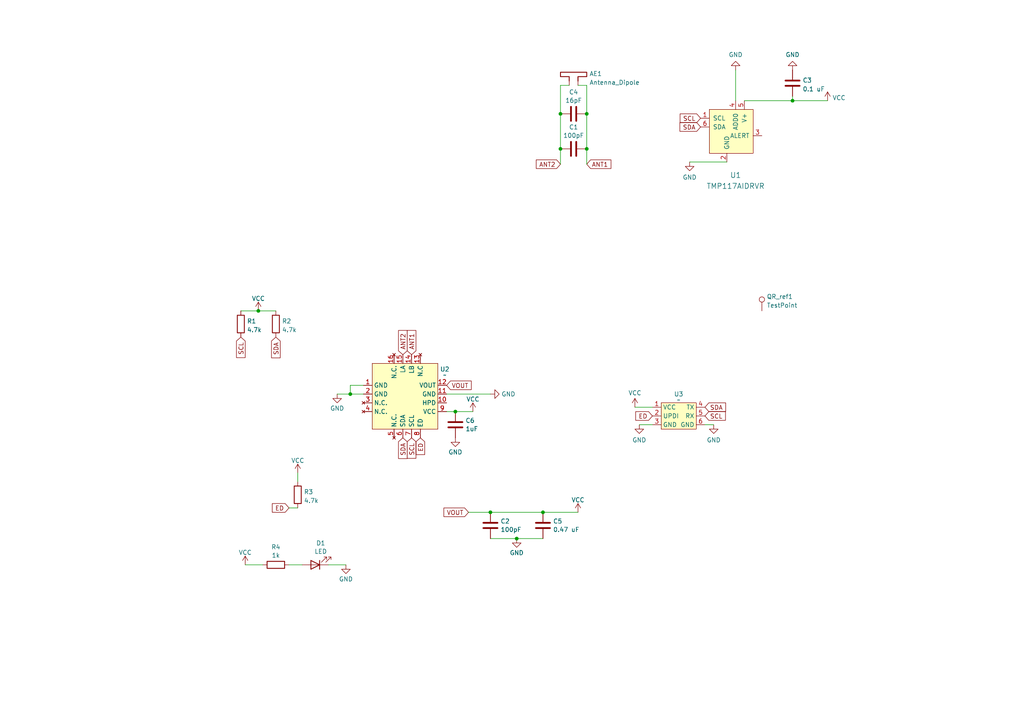
<source format=kicad_sch>
(kicad_sch (version 20231120) (generator "eeschema") (generator_version "8.0")
  (paper "A4")
  (lib_symbols
    (symbol "Connector:TestPoint" (pin_numbers hide) (pin_names (offset 0.762) hide)
      (property "Reference" "TP" (at 0 6.858 0))
      (property "Value" "TestPoint" (at 0 5.08 0))
      (symbol "TestPoint_0_1"
        (circle (center 0 3.302) (radius 0.762))
      )
      (symbol "TestPoint_1_1"
        (pin passive line (at 0 0 90) (length 2.54) (name "1") (number "1"))
      )
    )
    (symbol "Device:Antenna_Dipole" (pin_numbers hide) (pin_names (offset 1.016) hide)
      (property "Reference" "AE" (at 1.27 1.27 0))
      (property "Value" "Antenna_Dipole" (at 1.27 0 0))
      (symbol "Antenna_Dipole_0_1"
        (polyline (pts (xy 2.54 -3.81) (xy 2.54 -2.54) (xy 5.08 -2.54) (xy 5.08 -1.27) (xy -2.54 -1.27) (xy -2.54 -2.54) (xy 0 -2.54) (xy 0 -3.81)) (stroke (width 0.254)))
      )
      (symbol "Antenna_Dipole_1_1"
        (pin input line (at 0 -5.08 90) (length 2.54) (name "~") (number "1"))
        (pin input line (at 2.54 -5.08 90) (length 2.54) (name "~") (number "2"))
      )
    )
    (symbol "Device:C" (pin_numbers hide) (pin_names (offset 0.254))
      (property "Reference" "C" (at 0.635 2.54 0))
      (property "Value" "C" (at 0.635 -2.54 0))
      (symbol "C_0_1"
        (polyline (pts (xy -2.032 -0.762) (xy 2.032 -0.762)) (stroke (width 0.508)))
        (polyline (pts (xy -2.032 0.762) (xy 2.032 0.762)) (stroke (width 0.508)))
      )
      (symbol "C_1_1"
        (pin passive line (at 0 3.81 270) (length 2.794) (name "~") (number "1"))
        (pin passive line (at 0 -3.81 90) (length 2.794) (name "~") (number "2"))
      )
    )
    (symbol "Device:LED" (pin_numbers hide) (pin_names (offset 1.016) hide)
      (property "Reference" "D" (at 0 2.54 0))
      (property "Value" "LED" (at 0 -2.54 0))
      (symbol "LED_0_1"
        (polyline (pts (xy -1.27 -1.27) (xy -1.27 1.27)) (stroke (width 0.254)))
        (polyline (pts (xy -1.27 0) (xy 1.27 0)))
        (polyline (pts (xy 1.27 -1.27) (xy 1.27 1.27) (xy -1.27 0) (xy 1.27 -1.27)) (stroke (width 0.254)))
        (polyline (pts (xy -3.048 -0.762) (xy -4.572 -2.286) (xy -3.81 -2.286) (xy -4.572 -2.286) (xy -4.572 -1.524)))
        (polyline (pts (xy -1.778 -0.762) (xy -3.302 -2.286) (xy -2.54 -2.286) (xy -3.302 -2.286) (xy -3.302 -1.524)))
      )
      (symbol "LED_1_1"
        (pin passive line (at -3.81 0 0) (length 2.54) (name "K") (number "1"))
        (pin passive line (at 3.81 0 180) (length 2.54) (name "A") (number "2"))
      )
    )
    (symbol "Device:R" (pin_numbers hide) (pin_names (offset 0))
      (property "Reference" "R" (at 2.032 0 90))
      (property "Value" "R" (at 0 0 90))
      (symbol "R_0_1"
        (rectangle (start -1.016 -2.54) (end 1.016 2.54) (stroke (width 0.254)))
      )
      (symbol "R_1_1"
        (pin passive line (at 0 3.81 270) (length 1.27) (name "~") (number "1"))
        (pin passive line (at 0 -3.81 90) (length 1.27) (name "~") (number "2"))
      )
    )
    (symbol "dk_Temperature-Sensors-Analog-and-Digital-Output:TMP112AIDRLT" (pin_names (offset 1.016))
      (property "Reference" "U" (at -6.35 8.89 0))
      (property "Value" "TMP112AIDRLT" (at 0 -7.62 0))
      (symbol "TMP112AIDRLT_0_1"
        (rectangle (start -7.62 7.62) (end 5.08 -5.08) (fill (type background)))
      )
      (symbol "TMP112AIDRLT_1_1"
        (pin input line (at -10.16 5.08 0) (length 2.54) (name "SCL") (number "1"))
        (pin power_in line (at -2.54 -7.62 90) (length 2.54) (name "GND") (number "2"))
        (pin output line (at 7.62 0 180) (length 2.54) (name "ALERT") (number "3"))
        (pin power_in line (at 0 10.16 270) (length 2.54) (name "ADD0") (number "4"))
        (pin power_in line (at 2.54 10.16 270) (length 2.54) (name "V+") (number "5"))
        (pin bidirectional line (at -10.16 2.54 0) (length 2.54) (name "SDA") (number "6"))
      )
    )
    (symbol "power:GND" (power) (pin_names (offset 0))
      (property "Value" "GND" (at 0 -3.81 0))
      (symbol "GND_0_1"
        (polyline (pts (xy 0 0) (xy 0 -1.27) (xy 1.27 -1.27) (xy 0 -2.54) (xy -1.27 -1.27) (xy 0 -1.27)))
      )
      (symbol "GND_1_1"
        (pin power_in line (at 0 0 270) (length 0) hide (name "GND") (number "1"))
      )
    )
    (symbol "power:VCC" (power) (pin_names (offset 0))
      (property "Value" "VCC" (at 0 3.81 0))
      (symbol "VCC_0_1"
        (polyline (pts (xy -0.762 1.27) (xy 0 2.54)))
        (polyline (pts (xy 0 0) (xy 0 2.54)))
        (polyline (pts (xy 0 2.54) (xy 0.762 1.27)))
      )
      (symbol "VCC_1_1"
        (pin power_in line (at 0 0 90) (length 0) hide (name "VCC") (number "1"))
      )
    )
    (symbol "unsurv_offline_pcb_symbols:NTAG_5_Link"
      (property "Reference" "U" (at 0 24.892 0))
      (symbol "NTAG_5_Link_1_1"
        (rectangle (start -10.16 8.89) (end 8.89 -10.16) (fill (type background)))
        (pin input line (at -12.7 2.54 0) (length 2.54) (name "GND") (number "1"))
        (pin input line (at 11.43 -2.54 180) (length 2.54) (name "HPD") (number "10"))
        (pin input line (at 11.43 0 180) (length 2.54) (name "GND") (number "11"))
        (pin input line (at 11.43 2.54 180) (length 2.54) (name "VOUT") (number "12"))
        (pin no_connect line (at 3.81 11.43 270) (length 2.54) (name "N.C") (number "13"))
        (pin bidirectional line (at 1.27 11.43 270) (length 2.54) (name "LB") (number "14"))
        (pin bidirectional line (at -1.27 11.43 270) (length 2.54) (name "LA") (number "15"))
        (pin no_connect line (at -3.81 11.43 270) (length 2.54) (name "N.C.") (number "16"))
        (pin input line (at -12.7 0 0) (length 2.54) (name "GND") (number "2"))
        (pin no_connect line (at -12.7 -2.54 0) (length 2.54) (name "N.C.") (number "3"))
        (pin no_connect line (at -12.7 -5.08 0) (length 2.54) (name "N.C.") (number "4"))
        (pin no_connect line (at -3.81 -12.7 90) (length 2.54) (name "N.C.") (number "5"))
        (pin bidirectional line (at -1.27 -12.7 90) (length 2.54) (name "SDA") (number "6"))
        (pin bidirectional line (at 1.27 -12.7 90) (length 2.54) (name "SCL") (number "7"))
        (pin bidirectional line (at 3.81 -12.7 90) (length 2.54) (name "ED") (number "8"))
        (pin input line (at 11.43 -5.08 180) (length 2.54) (name "VCC") (number "9"))
      )
    )
    (symbol "unsurv_offline_pcb_symbols:testpoint_array_2x3"
      (property "Reference" "U" (at 0 5.842 0))
      (symbol "testpoint_array_2x3_1_1"
        (rectangle (start -5.08 3.81) (end 5.08 -3.81) (fill (type background)))
        (pin input line (at -7.62 2.54 0) (length 2.54) (name "VCC") (number "1"))
        (pin input line (at -7.62 0 0) (length 2.54) (name "UPDI") (number "2"))
        (pin input line (at -7.62 -2.54 0) (length 2.54) (name "GND") (number "3"))
        (pin input line (at 7.62 2.54 180) (length 2.54) (name "TX") (number "4"))
        (pin input line (at 7.62 0 180) (length 2.54) (name "RX") (number "5"))
        (pin input line (at 7.62 -2.54 180) (length 2.54) (name "GND") (number "6"))
      )
    )
  )
  (junction (at 132.08 119.38))
  (junction (at 149.86 156.21))
  (junction (at 74.93 90.17))
  (junction (at 170.18 43.18))
  (junction (at 229.87 29.21))
  (junction (at 162.56 43.18))
  (junction (at 142.24 148.59))
  (junction (at 101.6 114.3))
  (junction (at 162.56 33.02))
  (junction (at 170.18 33.02))
  (junction (at 157.48 148.59))
  (wire (pts (xy 165.1 24.765) (xy 162.56 24.765)))
  (wire (pts (xy 170.18 43.18) (xy 170.18 47.625)))
  (wire (pts (xy 69.85 90.17) (xy 74.93 90.17)))
  (wire (pts (xy 83.82 147.32) (xy 86.36 147.32)))
  (wire (pts (xy 101.6 111.76) (xy 101.6 114.3)))
  (wire (pts (xy 71.12 163.83) (xy 76.2 163.83)))
  (wire (pts (xy 213.36 20.32) (xy 213.36 29.21)))
  (wire (pts (xy 185.42 123.19) (xy 189.23 123.19)))
  (wire (pts (xy 135.89 148.59) (xy 142.24 148.59)))
  (wire (pts (xy 105.41 111.76) (xy 101.6 111.76)))
  (wire (pts (xy 170.18 33.02) (xy 170.18 24.765)))
  (wire (pts (xy 162.56 33.02) (xy 162.56 43.18)))
  (wire (pts (xy 86.36 137.16) (xy 86.36 139.7)))
  (wire (pts (xy 101.6 114.3) (xy 105.41 114.3)))
  (wire (pts (xy 229.87 27.94) (xy 229.87 29.21)))
  (wire (pts (xy 83.82 163.83) (xy 87.63 163.83)))
  (wire (pts (xy 204.47 123.19) (xy 207.01 123.19)))
  (wire (pts (xy 129.54 119.38) (xy 132.08 119.38)))
  (wire (pts (xy 170.18 24.765) (xy 167.64 24.765)))
  (wire (pts (xy 129.54 114.3) (xy 142.24 114.3)))
  (wire (pts (xy 162.56 24.765) (xy 162.56 33.02)))
  (wire (pts (xy 97.79 114.3) (xy 101.6 114.3)))
  (wire (pts (xy 170.18 33.02) (xy 170.18 43.18)))
  (wire (pts (xy 142.24 148.59) (xy 157.48 148.59)))
  (wire (pts (xy 74.93 90.17) (xy 80.01 90.17)))
  (wire (pts (xy 157.48 148.59) (xy 167.64 148.59)))
  (wire (pts (xy 142.24 156.21) (xy 149.86 156.21)))
  (wire (pts (xy 95.25 163.83) (xy 100.33 163.83)))
  (wire (pts (xy 149.86 156.21) (xy 157.48 156.21)))
  (wire (pts (xy 200.025 46.99) (xy 210.82 46.99)))
  (wire (pts (xy 184.15 118.11) (xy 189.23 118.11)))
  (wire (pts (xy 215.9 29.21) (xy 229.87 29.21)))
  (wire (pts (xy 229.87 29.21) (xy 240.03 29.21)))
  (wire (pts (xy 132.08 119.38) (xy 137.16 119.38)))
  (wire (pts (xy 162.56 43.18) (xy 162.56 47.625)))
  (global_label "ANT2" (shape input) (at 116.84 102.87 90) (property "Intersheetrefs" "${INTERSHEET_REFS}" (effects (hide yes))))
  (global_label "SDA" (shape input) (at 116.84 127 270) (property "Intersheetrefs" "${INTERSHEET_REFS}" (effects (hide yes))))
  (global_label "SDA" (shape input) (at 204.47 118.11 0) (property "Intersheetrefs" "${INTERSHEET_REFS}" (effects (hide yes))))
  (global_label "ED" (shape input) (at 83.82 147.32 180) (property "Intersheetrefs" "${INTERSHEET_REFS}" (effects (hide yes))))
  (global_label "SCL" (shape input) (at 204.47 120.65 0) (property "Intersheetrefs" "${INTERSHEET_REFS}" (effects (hide yes))))
  (global_label "SCL" (shape input) (at 119.38 127 270) (property "Intersheetrefs" "${INTERSHEET_REFS}" (effects (hide yes))))
  (global_label "ANT1" (shape input) (at 119.38 102.87 90) (property "Intersheetrefs" "${INTERSHEET_REFS}" (effects (hide yes))))
  (global_label "SCL" (shape input) (at 203.2 34.29 180) (property "Intersheetrefs" "${INTERSHEET_REFS}" (effects (hide yes))))
  (global_label "VOUT" (shape input) (at 129.54 111.76 0) (property "Intersheetrefs" "${INTERSHEET_REFS}" (effects (hide yes))))
  (global_label "ED" (shape input) (at 189.23 120.65 180) (property "Intersheetrefs" "${INTERSHEET_REFS}" (effects (hide yes))))
  (global_label "SDA" (shape input) (at 80.01 97.79 270) (property "Intersheetrefs" "${INTERSHEET_REFS}" (effects (hide yes))))
  (global_label "ANT2" (shape input) (at 162.56 47.625 180) (property "Intersheetrefs" "${INTERSHEET_REFS}" (effects (hide yes))))
  (global_label "ANT1" (shape input) (at 170.18 47.625 0) (property "Intersheetrefs" "${INTERSHEET_REFS}" (effects (hide yes))))
  (global_label "SCL" (shape input) (at 69.85 97.79 270) (property "Intersheetrefs" "${INTERSHEET_REFS}" (effects (hide yes))))
  (global_label "ED" (shape input) (at 121.92 127 270) (property "Intersheetrefs" "${INTERSHEET_REFS}" (effects (hide yes))))
  (global_label "SDA" (shape input) (at 203.2 36.83 180) (property "Intersheetrefs" "${INTERSHEET_REFS}" (effects (hide yes))))
  (global_label "VOUT" (shape input) (at 135.89 148.59 180) (property "Intersheetrefs" "${INTERSHEET_REFS}" (effects (hide yes))))
  (symbol (lib_id "power:GND") (at 100.33 163.83 0) (unit 1)
    (property "Reference" "#PWR016" (effects (hide yes)))
    (property "Value" "GND" (at 100.33 167.9631 0))
  )
  (symbol (lib_id "Device:C") (at 132.08 123.19 0) (unit 1)
    (property "Reference" "C6" (at 135.001 121.9778 0) (effects (justify left)))
    (property "Value" "1uF" (at 135.001 124.4021 0) (effects (justify left)))
    (property "Footprint" "Capacitor_SMD:C_0603_1608Metric" (effects (hide yes)))
    (property "Description" "Unpolarized capacitor" (effects (hide yes)))
  )
  (symbol (lib_id "power:VCC") (at 184.15 118.11 0) (unit 1)
    (property "Reference" "#PWR09" (effects (hide yes)))
    (property "Value" "VCC" (at 184.15 113.9769 0))
  )
  (symbol (lib_id "power:GND") (at 132.08 127 0) (unit 1)
    (property "Reference" "#PWR014" (effects (hide yes)))
    (property "Value" "GND" (at 132.08 131.1331 0))
  )
  (symbol (lib_id "power:VCC") (at 240.03 29.21 0) (unit 1)
    (property "Reference" "#PWR07" (effects (hide yes)))
    (property "Value" "VCC" (at 241.427 28.3738 0) (effects (justify left)))
  )
  (symbol (lib_id "Device:R") (at 80.01 163.83 90) (unit 1)
    (property "Reference" "R4" (at 80.01 158.6695 90))
    (property "Value" "1k" (at 80.01 161.0938 90))
    (property "Footprint" "Resistor_SMD:R_0603_1608Metric" (effects (hide yes)))
  )
  (symbol (lib_id "power:VCC") (at 86.36 137.16 0) (unit 1)
    (property "Reference" "#PWR013" (effects (hide yes)))
    (property "Value" "VCC" (at 86.36 133.5842 0))
  )
  (symbol (lib_id "power:GND") (at 149.86 156.21 0) (unit 1)
    (property "Reference" "#PWR012" (effects (hide yes)))
    (property "Value" "GND" (at 149.86 160.3431 0))
  )
  (symbol (lib_id "Device:R") (at 80.01 93.98 0) (unit 1)
    (property "Reference" "R2" (at 81.788 93.1453 0) (effects (justify left)))
    (property "Value" "4.7k" (at 81.788 95.6822 0) (effects (justify left)))
    (property "Footprint" "Resistor_SMD:R_0603_1608Metric" (effects (hide yes)))
  )
  (symbol (lib_id "power:VCC") (at 167.64 148.59 0) (mirror y) (unit 1)
    (property "Reference" "#PWR010" (effects (hide yes)))
    (property "Value" "VCC" (at 167.64 145.0142 0))
  )
  (symbol (lib_id "power:GND") (at 97.79 114.3 0) (unit 1)
    (property "Reference" "#PWR05" (effects (hide yes)))
    (property "Value" "GND" (at 97.79 118.4331 0))
  )
  (symbol (lib_id "Connector:TestPoint") (at 220.98 90.17 0) (unit 1)
    (property "Reference" "QR_ref1" (at 222.377 86.0333 0) (effects (justify left)))
    (property "Value" "TestPoint" (at 222.377 88.5702 0) (effects (justify left)))
    (property "Footprint" "unsurv_offline_pcb_footprints:https___shop.unsurv.org" (effects (hide yes)))
  )
  (symbol (lib_id "dk_Temperature-Sensors-Analog-and-Digital-Output:TMP112AIDRLT") (at 213.36 39.37 0) (unit 1)
    (property "Reference" "U1" (at 213.36 50.8 0) (effects (font (size 1.524 1.524))))
    (property "Value" "TMP117AIDRVR" (at 213.36 53.975 0) (effects (font (size 1.524 1.524))))
    (property "Footprint" "unsurv_offline_pcb_footprints:TMP117 WSON-6-1EP_2x2mm_P0.65mm_no_pad_paste" (effects (hide yes)))
    (property "Datasheet" "http://www.ti.com/general/docs/suppproductinfo.tsp?distId=10&gotoUrl=http%3A%2F%2Fwww.ti.com%2Flit%2Fgpn%2Ftmp112" (effects (hide yes)))
    (property "Description" "SENSOR DIGITAL -40C-125C SOT563" (effects (hide yes)))
    (property "Digi-Key_PN" "296-24621-1-ND" (effects (hide yes)))
    (property "MPN" "TMP117AIDRVR" (effects (hide yes)))
    (property "Category" "Sensors, Transducers" (effects (hide yes)))
    (property "Family" "Temperature Sensors - Analog and Digital Output" (effects (hide yes)))
    (property "DK_Datasheet_Link" "http://www.ti.com/general/docs/suppproductinfo.tsp?distId=10&gotoUrl=http%3A%2F%2Fwww.ti.com%2Flit%2Fgpn%2Ftmp112" (effects (hide yes)))
    (property "DK_Detail_Page" "/product-detail/en/texas-instruments/TMP112AIDRLT/296-24621-1-ND/2090130" (effects (hide yes)))
    (property "Manufacturer" "Texas Instruments" (effects (hide yes)))
    (property "Status" "Active" (effects (hide yes)))
  )
  (symbol (lib_id "unsurv_offline_pcb_symbols:NTAG_5_Link") (at 118.11 114.3 0) (unit 1)
    (property "Reference" "U2" (at 129.0162 107.1009 0))
    (property "Value" "~" (at 129.0162 108.7823 0))
    (property "Footprint" "unsurv_offline_pcb_footprints:NTAG 5 link" (effects (hide yes)))
  )
  (symbol (lib_id "power:GND") (at 229.87 20.32 180) (unit 1)
    (property "Reference" "#PWR03" (effects (hide yes)))
    (property "Value" "GND" (at 229.87 15.8766 0))
  )
  (symbol (lib_id "power:VCC") (at 74.93 90.17 0) (unit 1)
    (property "Reference" "#PWR017" (effects (hide yes)))
    (property "Value" "VCC" (at 74.93 86.5942 0))
  )
  (symbol (lib_id "power:GND") (at 185.42 123.19 0) (unit 1)
    (property "Reference" "#PWR08" (effects (hide yes)))
    (property "Value" "GND" (at 185.42 127.6334 0))
  )
  (symbol (lib_id "Device:C") (at 166.37 43.18 90) (unit 1)
    (property "Reference" "C1" (at 166.37 36.8765 90))
    (property "Value" "100pF" (at 166.37 39.3008 90))
    (property "Footprint" "Capacitor_SMD:C_0402_1005Metric" (effects (hide yes)))
  )
  (symbol (lib_id "Device:C") (at 229.87 24.13 180) (unit 1)
    (property "Reference" "C3" (at 232.791 23.2953 0) (effects (justify right)))
    (property "Value" "0.1 uF" (at 232.791 25.8322 0) (effects (justify right)))
    (property "Footprint" "Capacitor_SMD:C_0402_1005Metric" (effects (hide yes)))
  )
  (symbol (lib_id "Device:LED") (at 91.44 163.83 180) (unit 1)
    (property "Reference" "D1" (at 93.0275 157.5265 0))
    (property "Value" "LED" (at 93.0275 159.9508 0))
    (property "Footprint" "LED_SMD:LED_0603_1608Metric" (effects (hide yes)))
    (property "Description" "Light emitting diode" (effects (hide yes)))
  )
  (symbol (lib_id "Device:R") (at 69.85 93.98 0) (unit 1)
    (property "Reference" "R1" (at 71.628 93.1453 0) (effects (justify left)))
    (property "Value" "4.7k" (at 71.628 95.6822 0) (effects (justify left)))
    (property "Footprint" "Resistor_SMD:R_0603_1608Metric" (effects (hide yes)))
  )
  (symbol (lib_id "power:GND") (at 200.025 46.99 0) (unit 1)
    (property "Reference" "#PWR011" (effects (hide yes)))
    (property "Value" "GND" (at 200.025 51.4334 0))
  )
  (symbol (lib_id "Device:C") (at 166.37 33.02 90) (unit 1)
    (property "Reference" "C4" (at 166.37 26.7165 90))
    (property "Value" "16pF" (at 166.37 29.1408 90))
    (property "Footprint" "Capacitor_SMD:C_0402_1005Metric" (effects (hide yes)))
  )
  (symbol (lib_id "power:GND") (at 142.24 114.3 90) (unit 1)
    (property "Reference" "#PWR04" (effects (hide yes)))
    (property "Value" "GND" (at 145.415 114.3 90) (effects (justify right)))
  )
  (symbol (lib_id "Device:C") (at 142.24 152.4 0) (unit 1)
    (property "Reference" "C2" (at 145.161 151.1878 0) (effects (justify left)))
    (property "Value" "100pF" (at 145.161 153.6121 0) (effects (justify left)))
    (property "Footprint" "Capacitor_SMD:C_0603_1608Metric" (effects (hide yes)))
    (property "Description" "Unpolarized capacitor" (effects (hide yes)))
  )
  (symbol (lib_id "power:GND") (at 207.01 123.19 0) (unit 1)
    (property "Reference" "#PWR06" (effects (hide yes)))
    (property "Value" "GND" (at 207.01 127.6334 0))
  )
  (symbol (lib_id "Device:Antenna_Dipole") (at 167.64 19.685 0) (mirror y) (unit 1)
    (property "Reference" "AE1" (at 170.942 21.3903 0) (effects (justify right)))
    (property "Value" "Antenna_Dipole" (at 170.942 23.9272 0) (effects (justify right)))
    (property "Footprint" "unsurv_offline_pcb_footprints:25x18_1016nH" (effects (hide yes)))
  )
  (symbol (lib_id "Device:R") (at 86.36 143.51 0) (unit 1)
    (property "Reference" "R3" (at 88.138 142.6753 0) (effects (justify left)))
    (property "Value" "4.7k" (at 88.138 145.2122 0) (effects (justify left)))
    (property "Footprint" "Resistor_SMD:R_0603_1608Metric" (effects (hide yes)))
  )
  (symbol (lib_id "Device:C") (at 157.48 152.4 0) (unit 1)
    (property "Reference" "C5" (at 160.401 151.1878 0) (effects (justify left)))
    (property "Value" "0.47 uF" (at 160.401 153.6121 0) (effects (justify left)))
    (property "Footprint" "Capacitor_SMD:C_0603_1608Metric" (effects (hide yes)))
    (property "Description" "Unpolarized capacitor" (effects (hide yes)))
  )
  (symbol (lib_id "power:VCC") (at 137.16 119.38 0) (mirror y) (unit 1)
    (property "Reference" "#PWR01" (effects (hide yes)))
    (property "Value" "VCC" (at 137.16 115.8042 0))
  )
  (symbol (lib_id "unsurv_offline_pcb_symbols:testpoint_array_2x3") (at 196.85 120.65 0) (unit 1)
    (property "Reference" "U3" (at 196.85 114.3085 0))
    (property "Value" "~" (at 196.85 115.9899 0))
    (property "Footprint" "unsurv_offline_pcb_footprints:testpoint_array_2x3" (effects (hide yes)))
  )
  (symbol (lib_id "power:VCC") (at 71.12 163.83 0) (unit 1)
    (property "Reference" "#PWR015" (effects (hide yes)))
    (property "Value" "VCC" (at 71.12 160.2542 0))
  )
  (symbol (lib_id "power:GND") (at 213.36 20.32 180) (unit 1)
    (property "Reference" "#PWR02" (effects (hide yes)))
    (property "Value" "GND" (at 213.36 15.8766 0))
  )
)
</source>
